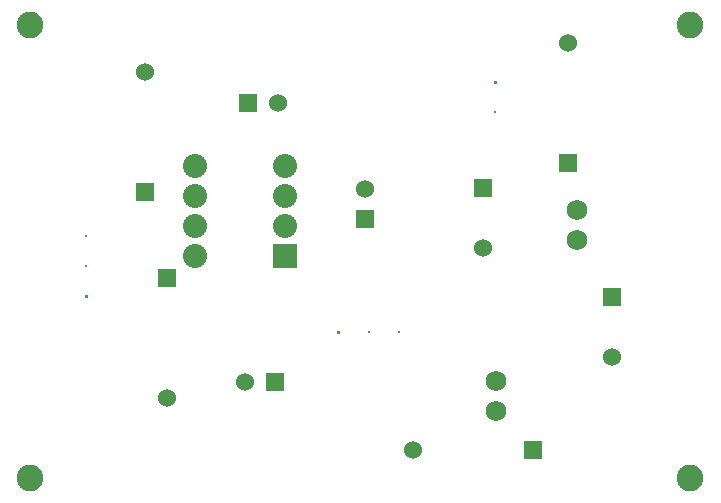
<source format=gbr>
G04 start of page 12 for group -4063 idx -4063 *
G04 Title: (unknown), componentmask *
G04 Creator: pcb-gtk 1.99z *
G04 CreationDate: Sat Jun  4 21:01:05 2016 UTC *
G04 For: khazakar *
G04 Format: Gerber/RS-274X *
G04 PCB-Dimensions (mm): 152.40 127.00 *
G04 PCB-Coordinate-Origin: lower left *
%MOMM*%
%FSLAX43Y43*%
%LNTOPMASK*%
%ADD101C,2.032*%
%ADD100C,1.727*%
%ADD99C,2.254*%
%ADD98C,1.524*%
%ADD97C,0.254*%
%ADD96C,0.002*%
G54D96*G36*
X27237Y99818D02*Y99564D01*
X27491D01*
Y99818D01*
X27237D01*
G37*
G54D97*X29904Y99691D03*
X32444D03*
G54D96*G36*
X49744Y103478D02*Y101954D01*
X51268D01*
Y103478D01*
X49744D01*
G37*
G54D98*X50506Y97636D03*
G54D99*X57150Y87376D03*
G54D100*X40676Y95525D03*
Y92985D03*
G54D96*G36*
X43019Y90503D02*Y88979D01*
X44543D01*
Y90503D01*
X43019D01*
G37*
G54D98*X33621Y89741D03*
G54D96*G36*
X28813Y110034D02*Y108510D01*
X30337D01*
Y110034D01*
X28813D01*
G37*
G54D98*X39599Y106784D03*
X29575Y111812D03*
G54D96*G36*
X38837Y112626D02*Y111102D01*
X40361D01*
Y112626D01*
X38837D01*
G37*
G54D99*X1270Y87376D03*
G54D96*G36*
X5851Y102861D02*Y102607D01*
X6105D01*
Y102861D01*
X5851D01*
G37*
G54D97*X5978Y105274D03*
Y107814D03*
G54D99*X1270Y125730D03*
G54D98*X46754Y124199D03*
G54D100*X47506Y107532D03*
Y110072D03*
G54D96*G36*
X45992Y114801D02*Y113277D01*
X47516D01*
Y114801D01*
X45992D01*
G37*
G36*
X40488Y120967D02*Y120713D01*
X40742D01*
Y120967D01*
X40488D01*
G37*
G54D97*X40615Y118300D03*
G54D99*X57150Y125730D03*
G54D96*G36*
X21241Y96271D02*Y94747D01*
X22765D01*
Y96271D01*
X21241D01*
G37*
G54D98*X19463Y95509D03*
X12829Y94099D03*
G54D96*G36*
X18893Y119838D02*Y118314D01*
X20417D01*
Y119838D01*
X18893D01*
G37*
G54D98*X22195Y119076D03*
G54D101*X15240Y113792D03*
Y111252D03*
Y108712D03*
Y106172D03*
X22860Y108712D03*
Y111252D03*
G54D96*G36*
X12067Y105021D02*Y103497D01*
X13591D01*
Y105021D01*
X12067D01*
G37*
G36*
X10223Y112290D02*Y110766D01*
X11747D01*
Y112290D01*
X10223D01*
G37*
G54D98*X10985Y121688D03*
G54D96*G36*
X21844Y107188D02*Y105156D01*
X23876D01*
Y107188D01*
X21844D01*
G37*
G54D101*X22860Y113792D03*
M02*

</source>
